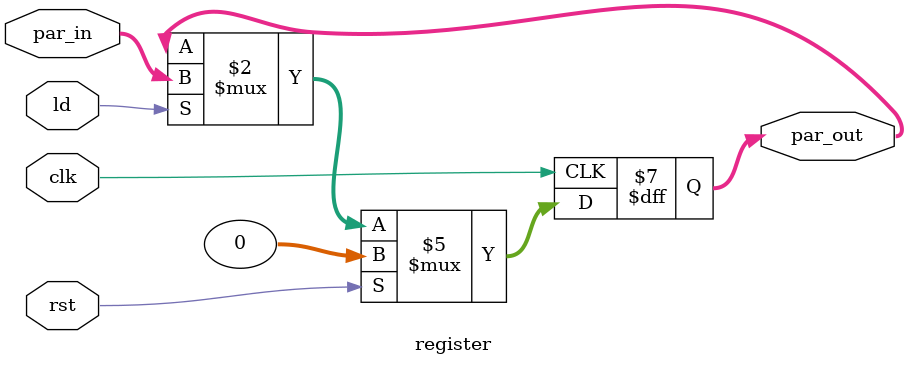
<source format=v>
module register #(
	parameter K = 32
) 
(
	input clk,
	input rst,
	input ld,
	input [K-1:0] par_in,
	output reg [K-1 :0] par_out
);
	always @(posedge clk) begin
		if(rst)
			par_out <= 0;
		else if(ld)
			par_out <= par_in;
	end
endmodule
</source>
